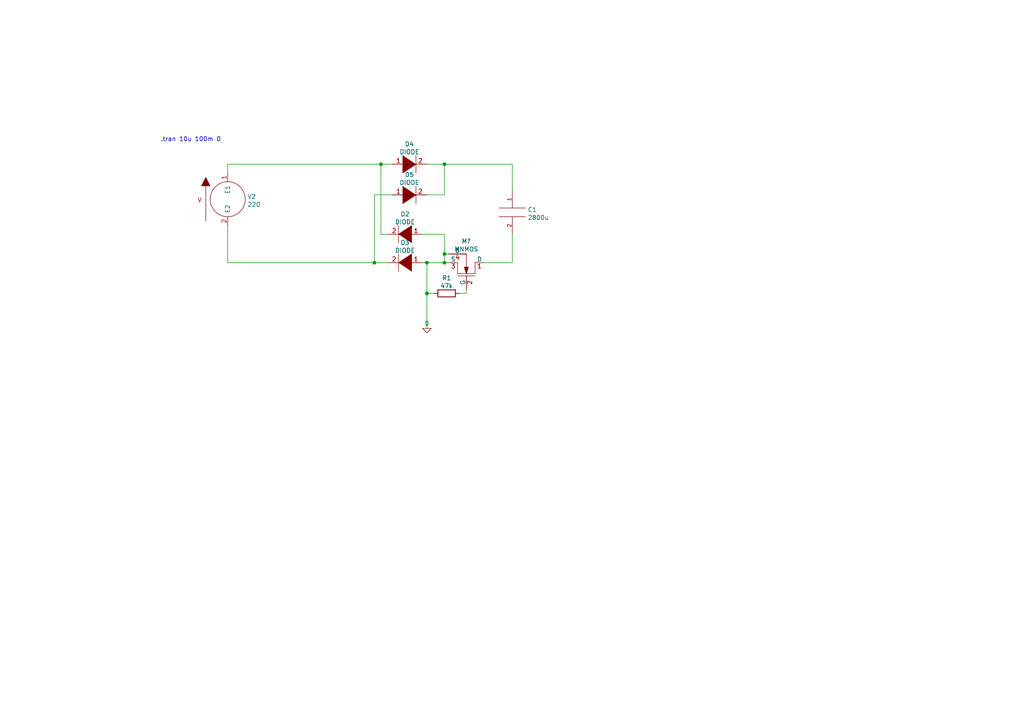
<source format=kicad_sch>
(kicad_sch (version 20210126) (generator eeschema)
  (paper "A4")
  (lib_symbols
    (symbol "Device:R" (pin_numbers hide) (pin_names (offset 0))
      (property "Reference" "R" (at 2.032 0 90))
      (property "Value" "R" (at 0 0 90))
      (symbol "R_0_1"
        (rectangle (start -1.016 -2.54) (end 1.016 2.54) (stroke (width 0.254)))
      )
      (symbol "R_1_1"
        (pin passive line (at 0 3.81 270) (length 1.27) (name "~") (number "1"))
        (pin passive line (at 0 -3.81 90) (length 1.27) (name "~") (number "2"))
      )
    )
    (symbol "pspice:0" (power) (pin_names (offset 0))
      (property "Value" "0" (at 0 -1.778 0))
      (symbol "0_0_1"
        (polyline (pts (xy -1.27 0) (xy 0 -1.27) (xy 1.27 0) (xy -1.27 0)))
      )
      (symbol "0_1_1"
        (pin power_in line (at 0 0 0) (length 0) hide (name "0") (number "1"))
      )
    )
    (symbol "pspice:CAP" (pin_names (offset 0.254))
      (property "Reference" "C" (at 2.54 3.81 90))
      (property "Value" "CAP" (at 2.54 -3.81 90))
      (symbol "CAP_0_1"
        (polyline (pts (xy -3.81 -1.27) (xy 3.81 -1.27)))
        (polyline (pts (xy -3.81 1.27) (xy 3.81 1.27)))
      )
      (symbol "CAP_1_1"
        (pin passive line (at 0 6.35 270) (length 5.08) (name "~") (number "1"))
        (pin passive line (at 0 -6.35 90) (length 5.08) (name "~") (number "2"))
      )
    )
    (symbol "pspice:DIODE" (pin_names (offset 1.016) hide)
      (property "Reference" "D" (at 0 3.81 0))
      (property "Value" "DIODE" (at 0 -4.445 0))
      (symbol "DIODE_0_1"
        (polyline (pts (xy 1.905 2.54) (xy 1.905 -2.54)))
        (polyline (pts (xy -1.905 2.54) (xy -1.905 -2.54) (xy 1.905 0)) (fill (type outline)))
      )
      (symbol "DIODE_1_1"
        (pin input line (at -5.08 0 0) (length 3.81) (name "K") (number "1"))
        (pin input line (at 5.08 0 180) (length 3.81) (name "A") (number "2"))
      )
    )
    (symbol "pspice:MNMOS" (pin_names (offset 0))
      (property "Reference" "M" (at 7.62 1.27 0))
      (property "Value" "MNMOS" (at 7.62 -1.27 0))
      (symbol "MNMOS_0_1"
        (polyline (pts (xy -1.27 -2.54) (xy -1.27 2.54)))
        (polyline (pts (xy -0.635 -2.54) (xy 2.54 -2.54)))
        (polyline (pts (xy 2.54 2.54) (xy -0.635 2.54)))
        (polyline (pts (xy 5.08 0) (xy -0.635 0)))
        (polyline (pts (xy -0.635 0) (xy 1.27 0.635) (xy 1.27 -0.635) (xy -0.635 0)) (fill (type outline)))
      )
      (symbol "MNMOS_1_1"
        (polyline (pts (xy -0.635 -2.54) (xy -0.635 2.54)))
        (pin passive line (at 2.54 5.08 270) (length 2.54) (name "D") (number "1"))
        (pin input line (at -5.08 0 0) (length 3.81) (name "G") (number "2"))
        (pin passive line (at 2.54 -5.08 90) (length 2.54) (name "S") (number "3"))
        (pin input line (at 5.08 -5.08 90) (length 5.08) (name "B") (number "4"))
      )
    )
    (symbol "pspice:VSOURCE" (pin_names (offset 1.016))
      (property "Reference" "V" (at -6.35 7.62 0))
      (property "Value" "VSOURCE" (at 0 0 0))
      (symbol "VSOURCE_0_1"
        (circle (center 0 0) (radius 5.08))
        (text "V" (at -8.128 -0.254 0) (effects (font (size 1.27 1.27))))
        (polyline (pts (xy -6.35 -6.35) (xy -6.35 3.81)) (fill (type outline)))
        (polyline (pts (xy -7.62 3.81) (xy -6.35 6.35) (xy -5.08 3.81)) (fill (type outline)))
      )
      (symbol "VSOURCE_1_1"
        (pin input line (at 0 7.62 270) (length 2.54) (name "E1") (number "1"))
        (pin input line (at 0 -7.62 90) (length 2.54) (name "E2") (number "2"))
      )
    )
  )
  (junction (at 108.585 76.2) (diameter 0.9144))
  (junction (at 110.49 47.625) (diameter 0.9144))
  (junction (at 123.825 76.2) (diameter 0.9144))
  (junction (at 123.825 85.09) (diameter 0.9144))
  (junction (at 128.905 47.625) (diameter 0.9144))
  (junction (at 128.905 73.66) (diameter 0.9144))
  (junction (at 128.905 76.2) (diameter 0.9144))
  (wire (pts (xy 66.04 47.625) (xy 66.04 50.165)))
  (wire (pts (xy 66.04 47.625) (xy 110.49 47.625)))
  (wire (pts (xy 66.04 65.405) (xy 66.04 76.2)))
  (wire (pts (xy 66.04 76.2) (xy 108.585 76.2)))
  (wire (pts (xy 108.585 56.515) (xy 108.585 76.2)))
  (wire (pts (xy 108.585 76.2) (xy 112.395 76.2)))
  (wire (pts (xy 110.49 47.625) (xy 113.665 47.625)))
  (wire (pts (xy 110.49 67.945) (xy 110.49 47.625)))
  (wire (pts (xy 112.395 67.945) (xy 110.49 67.945)))
  (wire (pts (xy 113.665 56.515) (xy 108.585 56.515)))
  (wire (pts (xy 122.555 76.2) (xy 123.825 76.2)))
  (wire (pts (xy 123.825 56.515) (xy 128.905 56.515)))
  (wire (pts (xy 123.825 76.2) (xy 123.825 85.09)))
  (wire (pts (xy 123.825 76.2) (xy 128.905 76.2)))
  (wire (pts (xy 123.825 85.09) (xy 123.825 95.25)))
  (wire (pts (xy 125.73 85.09) (xy 123.825 85.09)))
  (wire (pts (xy 128.905 47.625) (xy 123.825 47.625)))
  (wire (pts (xy 128.905 56.515) (xy 128.905 47.625)))
  (wire (pts (xy 128.905 67.945) (xy 122.555 67.945)))
  (wire (pts (xy 128.905 73.66) (xy 128.905 67.945)))
  (wire (pts (xy 128.905 73.66) (xy 130.175 73.66)))
  (wire (pts (xy 128.905 76.2) (xy 128.905 73.66)))
  (wire (pts (xy 128.905 76.2) (xy 130.175 76.2)))
  (wire (pts (xy 133.35 85.09) (xy 135.255 85.09)))
  (wire (pts (xy 135.255 83.82) (xy 135.255 85.09)))
  (wire (pts (xy 148.59 47.625) (xy 128.905 47.625)))
  (wire (pts (xy 148.59 55.245) (xy 148.59 47.625)))
  (wire (pts (xy 148.59 67.945) (xy 148.59 76.2)))
  (wire (pts (xy 148.59 76.2) (xy 140.335 76.2)))
  (text ".tran 10u 100m 0" (at 64.135 41.275 180) (effects (font (size 1.27 1.27)) (justify right bottom)))
  (symbol (lib_id "pspice:0") (at 123.825 95.25 0) (unit 1)
    (property "Reference" "#GND01" (effects hide))
    (property "Value" "0" (at 123.825 93.8616 0))
  )
  (symbol (lib_id "Device:R") (at 129.54 85.09 90) (unit 1)
    (property "Reference" "R1" (at 129.54 80.6408 90))
    (property "Value" "47k" (at 129.54 82.9395 90))
  )
  (symbol (lib_id "pspice:DIODE") (at 117.475 67.945 180) (unit 1)
    (property "Reference" "D2" (at 117.475 62.0988 0))
    (property "Value" "DIODE" (at 117.475 64.3975 0))
  )
  (symbol (lib_id "pspice:DIODE") (at 117.475 76.2 180) (unit 1)
    (property "Reference" "D3" (at 117.475 70.3538 0))
    (property "Value" "DIODE" (at 117.475 72.6525 0))
  )
  (symbol (lib_id "pspice:DIODE") (at 118.745 47.625 0) (unit 1)
    (property "Reference" "D4" (at 118.745 41.7788 0))
    (property "Value" "DIODE" (at 118.745 44.0775 0))
  )
  (symbol (lib_id "pspice:DIODE") (at 118.745 56.515 0) (unit 1)
    (property "Reference" "D5" (at 118.745 50.6688 0))
    (property "Value" "DIODE" (at 118.745 52.9675 0))
  )
  (symbol (lib_id "pspice:CAP") (at 148.59 61.595 0) (unit 1)
    (property "Reference" "C1" (at 153.0351 60.8341 0) (effects (justify left)))
    (property "Value" "2800u" (at 153.0351 63.1328 0) (effects (justify left)))
  )
  (symbol (lib_id "pspice:MNMOS") (at 135.255 78.74 270) (mirror x) (unit 1)
    (property "Reference" "M?" (at 135.255 69.9728 90))
    (property "Value" "MNMOS" (at 135.255 72.2715 90))
  )
  (symbol (lib_id "pspice:VSOURCE") (at 66.04 57.785 0) (unit 1)
    (property "Reference" "V2" (at 71.7551 57.0241 0) (effects (justify left)))
    (property "Value" "220" (at 71.7551 59.3228 0) (effects (justify left)))
    (property "Spice_Primitive" "V" (effects hide))
    (property "Spice_Model" "sin(0 220 50)" (effects hide))
    (property "Spice_Netlist_Enabled" "Y" (effects hide))
  )
)
</source>
